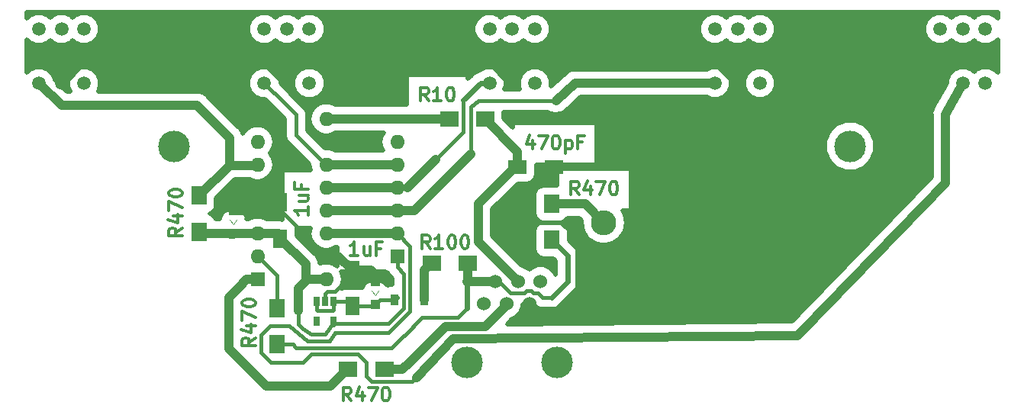
<source format=gbr>
G04 #@! TF.GenerationSoftware,KiCad,Pcbnew,(5.0.0-3-g5ebb6b6)*
G04 #@! TF.CreationDate,2018-09-15T21:10:08-05:00*
G04 #@! TF.ProjectId,Timer,54696D65722E6B696361645F70636200,rev?*
G04 #@! TF.SameCoordinates,PX93be440PYaa38e78*
G04 #@! TF.FileFunction,Copper,L1,Top,Signal*
G04 #@! TF.FilePolarity,Positive*
%FSLAX46Y46*%
G04 Gerber Fmt 4.6, Leading zero omitted, Abs format (unit mm)*
G04 Created by KiCad (PCBNEW (5.0.0-3-g5ebb6b6)) date Saturday, September 15, 2018 at 09:10:08 PM*
%MOMM*%
%LPD*%
G01*
G04 APERTURE LIST*
G04 #@! TA.AperFunction,NonConductor*
%ADD10C,0.300000*%
G04 #@! TD*
G04 #@! TA.AperFunction,SMDPad,CuDef*
%ADD11R,2.000000X1.700000*%
G04 #@! TD*
G04 #@! TA.AperFunction,WasherPad*
%ADD12C,3.500000*%
G04 #@! TD*
G04 #@! TA.AperFunction,ComponentPad*
%ADD13C,1.524000*%
G04 #@! TD*
G04 #@! TA.AperFunction,ComponentPad*
%ADD14O,1.600000X1.600000*%
G04 #@! TD*
G04 #@! TA.AperFunction,ComponentPad*
%ADD15R,1.600000X1.600000*%
G04 #@! TD*
G04 #@! TA.AperFunction,ComponentPad*
%ADD16C,1.500000*%
G04 #@! TD*
G04 #@! TA.AperFunction,ComponentPad*
%ADD17O,2.800000X2.800000*%
G04 #@! TD*
G04 #@! TA.AperFunction,ComponentPad*
%ADD18R,2.800000X2.800000*%
G04 #@! TD*
G04 #@! TA.AperFunction,SMDPad,CuDef*
%ADD19R,1.700000X2.000000*%
G04 #@! TD*
G04 #@! TA.AperFunction,SMDPad,CuDef*
%ADD20R,1.600000X2.000000*%
G04 #@! TD*
G04 #@! TA.AperFunction,SMDPad,CuDef*
%ADD21R,2.000000X1.600000*%
G04 #@! TD*
G04 #@! TA.AperFunction,SMDPad,CuDef*
%ADD22R,1.000000X1.000000*%
G04 #@! TD*
G04 #@! TA.AperFunction,SMDPad,CuDef*
%ADD23R,0.900000X1.200000*%
G04 #@! TD*
G04 #@! TA.AperFunction,SMDPad,CuDef*
%ADD24R,0.650000X1.060000*%
G04 #@! TD*
G04 #@! TA.AperFunction,Conductor*
%ADD25C,0.100000*%
G04 #@! TD*
G04 #@! TA.AperFunction,Conductor*
%ADD26C,0.400000*%
G04 #@! TD*
G04 #@! TA.AperFunction,Conductor*
%ADD27C,1.000000*%
G04 #@! TD*
G04 #@! TA.AperFunction,Conductor*
%ADD28C,0.500000*%
G04 #@! TD*
G04 #@! TA.AperFunction,Conductor*
%ADD29C,0.600000*%
G04 #@! TD*
G04 APERTURE END LIST*
D10*
X-72012858Y16466429D02*
X-72870000Y16466429D01*
X-72441429Y16466429D02*
X-72441429Y17966429D01*
X-72584286Y17752143D01*
X-72727143Y17609286D01*
X-72870000Y17537858D01*
X-70727143Y17466429D02*
X-70727143Y16466429D01*
X-71370000Y17466429D02*
X-71370000Y16680715D01*
X-71298572Y16537858D01*
X-71155715Y16466429D01*
X-70941429Y16466429D01*
X-70798572Y16537858D01*
X-70727143Y16609286D01*
X-69512858Y17252143D02*
X-70012858Y17252143D01*
X-70012858Y16466429D02*
X-70012858Y17966429D01*
X-69298572Y17966429D01*
X-77553429Y21840143D02*
X-77553429Y20983000D01*
X-77553429Y21411572D02*
X-79053429Y21411572D01*
X-78839143Y21268715D01*
X-78696286Y21125858D01*
X-78624858Y20983000D01*
X-78553429Y23125858D02*
X-77553429Y23125858D01*
X-78553429Y22483000D02*
X-77767715Y22483000D01*
X-77624858Y22554429D01*
X-77553429Y22697286D01*
X-77553429Y22911572D01*
X-77624858Y23054429D01*
X-77696286Y23125858D01*
X-78339143Y24340143D02*
X-78339143Y23840143D01*
X-77553429Y23840143D02*
X-79053429Y23840143D01*
X-79053429Y24554429D01*
X-64210286Y33611429D02*
X-64710286Y34325715D01*
X-65067429Y33611429D02*
X-65067429Y35111429D01*
X-64496000Y35111429D01*
X-64353143Y35040000D01*
X-64281715Y34968572D01*
X-64210286Y34825715D01*
X-64210286Y34611429D01*
X-64281715Y34468572D01*
X-64353143Y34397143D01*
X-64496000Y34325715D01*
X-65067429Y34325715D01*
X-62781715Y33611429D02*
X-63638858Y33611429D01*
X-63210286Y33611429D02*
X-63210286Y35111429D01*
X-63353143Y34897143D01*
X-63496000Y34754286D01*
X-63638858Y34682858D01*
X-61853143Y35111429D02*
X-61710286Y35111429D01*
X-61567429Y35040000D01*
X-61496000Y34968572D01*
X-61424572Y34825715D01*
X-61353143Y34540000D01*
X-61353143Y34182858D01*
X-61424572Y33897143D01*
X-61496000Y33754286D01*
X-61567429Y33682858D01*
X-61710286Y33611429D01*
X-61853143Y33611429D01*
X-61996000Y33682858D01*
X-62067429Y33754286D01*
X-62138858Y33897143D01*
X-62210286Y34182858D01*
X-62210286Y34540000D01*
X-62138858Y34825715D01*
X-62067429Y34968572D01*
X-61996000Y35040000D01*
X-61853143Y35111429D01*
X-47525572Y23197429D02*
X-48025572Y23911715D01*
X-48382715Y23197429D02*
X-48382715Y24697429D01*
X-47811286Y24697429D01*
X-47668429Y24626000D01*
X-47597000Y24554572D01*
X-47525572Y24411715D01*
X-47525572Y24197429D01*
X-47597000Y24054572D01*
X-47668429Y23983143D01*
X-47811286Y23911715D01*
X-48382715Y23911715D01*
X-46239858Y24197429D02*
X-46239858Y23197429D01*
X-46597000Y24768858D02*
X-46954143Y23697429D01*
X-46025572Y23697429D01*
X-45597000Y24697429D02*
X-44597000Y24697429D01*
X-45239858Y23197429D01*
X-43739858Y24697429D02*
X-43597000Y24697429D01*
X-43454143Y24626000D01*
X-43382715Y24554572D01*
X-43311286Y24411715D01*
X-43239858Y24126000D01*
X-43239858Y23768858D01*
X-43311286Y23483143D01*
X-43382715Y23340286D01*
X-43454143Y23268858D01*
X-43597000Y23197429D01*
X-43739858Y23197429D01*
X-43882715Y23268858D01*
X-43954143Y23340286D01*
X-44025572Y23483143D01*
X-44097000Y23768858D01*
X-44097000Y24126000D01*
X-44025572Y24411715D01*
X-43954143Y24554572D01*
X-43882715Y24626000D01*
X-43739858Y24697429D01*
X-52629286Y29277429D02*
X-52629286Y28277429D01*
X-52986429Y29848858D02*
X-53343572Y28777429D01*
X-52415000Y28777429D01*
X-51986429Y29777429D02*
X-50986429Y29777429D01*
X-51629286Y28277429D01*
X-50129286Y29777429D02*
X-49986429Y29777429D01*
X-49843572Y29706000D01*
X-49772143Y29634572D01*
X-49700715Y29491715D01*
X-49629286Y29206000D01*
X-49629286Y28848858D01*
X-49700715Y28563143D01*
X-49772143Y28420286D01*
X-49843572Y28348858D01*
X-49986429Y28277429D01*
X-50129286Y28277429D01*
X-50272143Y28348858D01*
X-50343572Y28420286D01*
X-50415000Y28563143D01*
X-50486429Y28848858D01*
X-50486429Y29206000D01*
X-50415000Y29491715D01*
X-50343572Y29634572D01*
X-50272143Y29706000D01*
X-50129286Y29777429D01*
X-48986429Y29277429D02*
X-48986429Y27777429D01*
X-48986429Y29206000D02*
X-48843572Y29277429D01*
X-48557858Y29277429D01*
X-48415000Y29206000D01*
X-48343572Y29134572D01*
X-48272143Y28991715D01*
X-48272143Y28563143D01*
X-48343572Y28420286D01*
X-48415000Y28348858D01*
X-48557858Y28277429D01*
X-48843572Y28277429D01*
X-48986429Y28348858D01*
X-47129286Y29063143D02*
X-47629286Y29063143D01*
X-47629286Y28277429D02*
X-47629286Y29777429D01*
X-46915000Y29777429D01*
X-91523429Y19530429D02*
X-92237715Y19030429D01*
X-91523429Y18673286D02*
X-93023429Y18673286D01*
X-93023429Y19244715D01*
X-92952000Y19387572D01*
X-92880572Y19459000D01*
X-92737715Y19530429D01*
X-92523429Y19530429D01*
X-92380572Y19459000D01*
X-92309143Y19387572D01*
X-92237715Y19244715D01*
X-92237715Y18673286D01*
X-92523429Y20816143D02*
X-91523429Y20816143D01*
X-93094858Y20459000D02*
X-92023429Y20101858D01*
X-92023429Y21030429D01*
X-93023429Y21459000D02*
X-93023429Y22459000D01*
X-91523429Y21816143D01*
X-93023429Y23316143D02*
X-93023429Y23459000D01*
X-92952000Y23601858D01*
X-92880572Y23673286D01*
X-92737715Y23744715D01*
X-92452000Y23816143D01*
X-92094858Y23816143D01*
X-91809143Y23744715D01*
X-91666286Y23673286D01*
X-91594858Y23601858D01*
X-91523429Y23459000D01*
X-91523429Y23316143D01*
X-91594858Y23173286D01*
X-91666286Y23101858D01*
X-91809143Y23030429D01*
X-92094858Y22959000D01*
X-92452000Y22959000D01*
X-92737715Y23030429D01*
X-92880572Y23101858D01*
X-92952000Y23173286D01*
X-93023429Y23316143D01*
X-64035572Y17228429D02*
X-64535572Y17942715D01*
X-64892715Y17228429D02*
X-64892715Y18728429D01*
X-64321286Y18728429D01*
X-64178429Y18657000D01*
X-64107000Y18585572D01*
X-64035572Y18442715D01*
X-64035572Y18228429D01*
X-64107000Y18085572D01*
X-64178429Y18014143D01*
X-64321286Y17942715D01*
X-64892715Y17942715D01*
X-62607000Y17228429D02*
X-63464143Y17228429D01*
X-63035572Y17228429D02*
X-63035572Y18728429D01*
X-63178429Y18514143D01*
X-63321286Y18371286D01*
X-63464143Y18299858D01*
X-61678429Y18728429D02*
X-61535572Y18728429D01*
X-61392715Y18657000D01*
X-61321286Y18585572D01*
X-61249858Y18442715D01*
X-61178429Y18157000D01*
X-61178429Y17799858D01*
X-61249858Y17514143D01*
X-61321286Y17371286D01*
X-61392715Y17299858D01*
X-61535572Y17228429D01*
X-61678429Y17228429D01*
X-61821286Y17299858D01*
X-61892715Y17371286D01*
X-61964143Y17514143D01*
X-62035572Y17799858D01*
X-62035572Y18157000D01*
X-61964143Y18442715D01*
X-61892715Y18585572D01*
X-61821286Y18657000D01*
X-61678429Y18728429D01*
X-60249858Y18728429D02*
X-60107000Y18728429D01*
X-59964143Y18657000D01*
X-59892715Y18585572D01*
X-59821286Y18442715D01*
X-59749858Y18157000D01*
X-59749858Y17799858D01*
X-59821286Y17514143D01*
X-59892715Y17371286D01*
X-59964143Y17299858D01*
X-60107000Y17228429D01*
X-60249858Y17228429D01*
X-60392715Y17299858D01*
X-60464143Y17371286D01*
X-60535572Y17514143D01*
X-60607000Y17799858D01*
X-60607000Y18157000D01*
X-60535572Y18442715D01*
X-60464143Y18585572D01*
X-60392715Y18657000D01*
X-60249858Y18728429D01*
X-83395429Y7338429D02*
X-84109715Y6838429D01*
X-83395429Y6481286D02*
X-84895429Y6481286D01*
X-84895429Y7052715D01*
X-84824000Y7195572D01*
X-84752572Y7267000D01*
X-84609715Y7338429D01*
X-84395429Y7338429D01*
X-84252572Y7267000D01*
X-84181143Y7195572D01*
X-84109715Y7052715D01*
X-84109715Y6481286D01*
X-84395429Y8624143D02*
X-83395429Y8624143D01*
X-84966858Y8267000D02*
X-83895429Y7909858D01*
X-83895429Y8838429D01*
X-84895429Y9267000D02*
X-84895429Y10267000D01*
X-83395429Y9624143D01*
X-84895429Y11124143D02*
X-84895429Y11267000D01*
X-84824000Y11409858D01*
X-84752572Y11481286D01*
X-84609715Y11552715D01*
X-84324000Y11624143D01*
X-83966858Y11624143D01*
X-83681143Y11552715D01*
X-83538286Y11481286D01*
X-83466858Y11409858D01*
X-83395429Y11267000D01*
X-83395429Y11124143D01*
X-83466858Y10981286D01*
X-83538286Y10909858D01*
X-83681143Y10838429D01*
X-83966858Y10767000D01*
X-84324000Y10767000D01*
X-84609715Y10838429D01*
X-84752572Y10909858D01*
X-84824000Y10981286D01*
X-84895429Y11124143D01*
X-72798572Y337429D02*
X-73298572Y1051715D01*
X-73655715Y337429D02*
X-73655715Y1837429D01*
X-73084286Y1837429D01*
X-72941429Y1766000D01*
X-72870000Y1694572D01*
X-72798572Y1551715D01*
X-72798572Y1337429D01*
X-72870000Y1194572D01*
X-72941429Y1123143D01*
X-73084286Y1051715D01*
X-73655715Y1051715D01*
X-71512858Y1337429D02*
X-71512858Y337429D01*
X-71870000Y1908858D02*
X-72227143Y837429D01*
X-71298572Y837429D01*
X-70870000Y1837429D02*
X-69870000Y1837429D01*
X-70512858Y337429D01*
X-69012858Y1837429D02*
X-68870000Y1837429D01*
X-68727143Y1766000D01*
X-68655715Y1694572D01*
X-68584286Y1551715D01*
X-68512858Y1266000D01*
X-68512858Y908858D01*
X-68584286Y623143D01*
X-68655715Y480286D01*
X-68727143Y408858D01*
X-68870000Y337429D01*
X-69012858Y337429D01*
X-69155715Y408858D01*
X-69227143Y480286D01*
X-69298572Y623143D01*
X-69370000Y908858D01*
X-69370000Y1266000D01*
X-69298572Y1551715D01*
X-69227143Y1694572D01*
X-69155715Y1766000D01*
X-69012858Y1837429D01*
D11*
G04 #@! TO.P,R1,2*
G04 #@! TO.N,Net-(D1-Pad2)*
X-63849000Y15621000D03*
G04 #@! TO.P,R1,1*
G04 #@! TO.N,Net-(CN1-Pad2)*
X-59849000Y15621000D03*
G04 #@! TD*
D12*
G04 #@! TO.P,CN1,*
G04 #@! TO.N,*
X-49920000Y4603000D03*
X-59920000Y4603000D03*
D13*
G04 #@! TO.P,CN1,6*
G04 #@! TO.N,N/C*
X-51770000Y13603000D03*
G04 #@! TO.P,CN1,5*
G04 #@! TO.N,GND*
X-53031000Y11103000D03*
G04 #@! TO.P,CN1,4*
G04 #@! TO.N,Net-(C3-Pad1)*
X-54290000Y13603000D03*
G04 #@! TO.P,CN1,3*
G04 #@! TO.N,Net-(CN1-Pad3)*
X-55550000Y11103000D03*
G04 #@! TO.P,CN1,2*
G04 #@! TO.N,Net-(CN1-Pad2)*
X-56810000Y13603000D03*
G04 #@! TO.P,CN1,1*
G04 #@! TO.N,N/C*
X-58070000Y11103000D03*
G04 #@! TD*
D14*
G04 #@! TO.P,RN1,6*
G04 #@! TO.N,N/C*
X-67670000Y29053000D03*
G04 #@! TO.P,RN1,5*
G04 #@! TO.N,Net-(RN1-Pad5)*
X-67670000Y26513000D03*
G04 #@! TO.P,RN1,4*
G04 #@! TO.N,Net-(RN1-Pad4)*
X-67670000Y23973000D03*
G04 #@! TO.P,RN1,3*
G04 #@! TO.N,Net-(RN1-Pad3)*
X-67670000Y21433000D03*
G04 #@! TO.P,RN1,2*
G04 #@! TO.N,Net-(RN1-Pad2)*
X-67670000Y18893000D03*
D15*
G04 #@! TO.P,RN1,1*
G04 #@! TO.N,+3V3*
X-67670000Y16353000D03*
G04 #@! TD*
D16*
G04 #@! TO.P,S5,4*
G04 #@! TO.N,N/C*
X-102420000Y41603000D03*
G04 #@! TO.P,S5,5*
X-104920000Y41603000D03*
G04 #@! TO.P,S5,6*
X-107420000Y41603000D03*
G04 #@! TO.P,S5,1*
G04 #@! TO.N,Net-(R6-Pad2)*
X-107420000Y35603000D03*
G04 #@! TO.P,S5,2*
G04 #@! TO.N,GND*
X-104920000Y35603000D03*
G04 #@! TO.P,S5,3*
G04 #@! TO.N,N/C*
X-102420000Y35603000D03*
G04 #@! TD*
G04 #@! TO.P,S1,4*
G04 #@! TO.N,N/C*
X-77420000Y41603000D03*
G04 #@! TO.P,S1,5*
X-79920000Y41603000D03*
G04 #@! TO.P,S1,6*
X-82420000Y41603000D03*
G04 #@! TO.P,S1,1*
G04 #@! TO.N,Net-(RN1-Pad5)*
X-82420000Y35603000D03*
G04 #@! TO.P,S1,2*
G04 #@! TO.N,GND*
X-79920000Y35603000D03*
G04 #@! TO.P,S1,3*
G04 #@! TO.N,N/C*
X-77420000Y35603000D03*
G04 #@! TD*
G04 #@! TO.P,S2,4*
G04 #@! TO.N,N/C*
X-52420000Y41603000D03*
G04 #@! TO.P,S2,5*
X-54920000Y41603000D03*
G04 #@! TO.P,S2,6*
X-57420000Y41603000D03*
G04 #@! TO.P,S2,1*
G04 #@! TO.N,Net-(RN1-Pad4)*
X-57420000Y35603000D03*
G04 #@! TO.P,S2,2*
G04 #@! TO.N,GND*
X-54920000Y35603000D03*
G04 #@! TO.P,S2,3*
G04 #@! TO.N,N/C*
X-52420000Y35603000D03*
G04 #@! TD*
G04 #@! TO.P,S3,4*
G04 #@! TO.N,N/C*
X-27420000Y41603000D03*
G04 #@! TO.P,S3,5*
X-29920000Y41603000D03*
G04 #@! TO.P,S3,6*
X-32420000Y41603000D03*
G04 #@! TO.P,S3,1*
G04 #@! TO.N,Net-(RN1-Pad3)*
X-32420000Y35603000D03*
G04 #@! TO.P,S3,2*
G04 #@! TO.N,GND*
X-29920000Y35603000D03*
G04 #@! TO.P,S3,3*
G04 #@! TO.N,N/C*
X-27420000Y35603000D03*
G04 #@! TD*
G04 #@! TO.P,S4,4*
G04 #@! TO.N,N/C*
X-2420000Y41603000D03*
G04 #@! TO.P,S4,5*
X-4920000Y41603000D03*
G04 #@! TO.P,S4,6*
X-7420000Y41603000D03*
G04 #@! TO.P,S4,1*
G04 #@! TO.N,GND*
X-7420000Y35603000D03*
G04 #@! TO.P,S4,2*
G04 #@! TO.N,Net-(RN1-Pad2)*
X-4920000Y35603000D03*
G04 #@! TO.P,S4,3*
G04 #@! TO.N,N/C*
X-2420000Y35603000D03*
G04 #@! TD*
D14*
G04 #@! TO.P,U2,16*
G04 #@! TO.N,+3V3*
X-75550000Y13853000D03*
G04 #@! TO.P,U2,8*
G04 #@! TO.N,GND*
X-83170000Y31633000D03*
G04 #@! TO.P,U2,15*
X-75550000Y16393000D03*
G04 #@! TO.P,U2,7*
G04 #@! TO.N,N/C*
X-83170000Y29093000D03*
G04 #@! TO.P,U2,14*
G04 #@! TO.N,Net-(RN1-Pad2)*
X-75550000Y18933000D03*
G04 #@! TO.P,U2,6*
G04 #@! TO.N,Net-(R6-Pad2)*
X-83170000Y26553000D03*
G04 #@! TO.P,U2,13*
G04 #@! TO.N,Net-(RN1-Pad3)*
X-75550000Y21473000D03*
G04 #@! TO.P,U2,5*
G04 #@! TO.N,GND*
X-83170000Y24013000D03*
G04 #@! TO.P,U2,12*
G04 #@! TO.N,Net-(RN1-Pad4)*
X-75550000Y24013000D03*
G04 #@! TO.P,U2,4*
G04 #@! TO.N,GND*
X-83170000Y21473000D03*
G04 #@! TO.P,U2,11*
G04 #@! TO.N,Net-(RN1-Pad5)*
X-75550000Y26553000D03*
G04 #@! TO.P,U2,3*
G04 #@! TO.N,+3V3*
X-83170000Y18933000D03*
G04 #@! TO.P,U2,10*
G04 #@! TO.N,GND*
X-75550000Y29093000D03*
G04 #@! TO.P,U2,2*
G04 #@! TO.N,/CLK*
X-83170000Y16393000D03*
G04 #@! TO.P,U2,9*
G04 #@! TO.N,/Q*
X-75550000Y31633000D03*
D15*
G04 #@! TO.P,U2,1*
G04 #@! TO.N,/~LOAD~*
X-83170000Y13853000D03*
G04 #@! TD*
D17*
G04 #@! TO.P,D2,2*
G04 #@! TO.N,Net-(D2-Pad2)*
X-44760000Y20103000D03*
D18*
G04 #@! TO.P,D2,1*
G04 #@! TO.N,GND*
X-54920000Y20103000D03*
G04 #@! TD*
D19*
G04 #@! TO.P,R2,2*
G04 #@! TO.N,Net-(CN1-Pad2)*
X-50546000Y18193000D03*
G04 #@! TO.P,R2,1*
G04 #@! TO.N,Net-(D2-Pad2)*
X-50546000Y22193000D03*
G04 #@! TD*
D11*
G04 #@! TO.P,R5,2*
G04 #@! TO.N,/Q*
X-61920000Y31603000D03*
G04 #@! TO.P,R5,1*
G04 #@! TO.N,Net-(C3-Pad1)*
X-57920000Y31603000D03*
G04 #@! TD*
G04 #@! TO.P,R4,2*
G04 #@! TO.N,Net-(CN1-Pad3)*
X-69120000Y3810000D03*
G04 #@! TO.P,R4,1*
G04 #@! TO.N,/~LOAD~*
X-73120000Y3810000D03*
G04 #@! TD*
D20*
G04 #@! TO.P,C1,2*
G04 #@! TO.N,GND*
X-72670000Y14853000D03*
G04 #@! TO.P,C1,1*
G04 #@! TO.N,+5V*
X-72670000Y10853000D03*
G04 #@! TD*
D21*
G04 #@! TO.P,C3,2*
G04 #@! TO.N,GND*
X-50324000Y26289000D03*
G04 #@! TO.P,C3,1*
G04 #@! TO.N,Net-(C3-Pad1)*
X-54324000Y26289000D03*
G04 #@! TD*
D22*
G04 #@! TO.P,D3,2*
G04 #@! TO.N,GND*
X-70104000Y13569000D03*
G04 #@! TO.P,D3,1*
G04 #@! TO.N,+5V*
X-70104000Y11069000D03*
G04 #@! TD*
D23*
G04 #@! TO.P,D1,2*
G04 #@! TO.N,Net-(D1-Pad2)*
X-64644000Y11557000D03*
G04 #@! TO.P,D1,1*
G04 #@! TO.N,+5V*
X-67944000Y11557000D03*
G04 #@! TD*
D22*
G04 #@! TO.P,D4,2*
G04 #@! TO.N,GND*
X-85852000Y21443000D03*
G04 #@! TO.P,D4,1*
G04 #@! TO.N,+3V3*
X-85852000Y18943000D03*
G04 #@! TD*
D19*
G04 #@! TO.P,R3,2*
G04 #@! TO.N,Net-(CN1-Pad2)*
X-81026000Y6636000D03*
G04 #@! TO.P,R3,1*
G04 #@! TO.N,/CLK*
X-81026000Y10636000D03*
G04 #@! TD*
D24*
G04 #@! TO.P,U1,5*
G04 #@! TO.N,+3V3*
X-74742000Y9187000D03*
G04 #@! TO.P,U1,4*
G04 #@! TO.N,N/C*
X-76642000Y9187000D03*
G04 #@! TO.P,U1,3*
G04 #@! TO.N,+5V*
X-76642000Y11387000D03*
G04 #@! TO.P,U1,2*
G04 #@! TO.N,GND*
X-75692000Y11387000D03*
G04 #@! TO.P,U1,1*
G04 #@! TO.N,+5V*
X-74742000Y11387000D03*
G04 #@! TD*
D19*
G04 #@! TO.P,R6,2*
G04 #@! TO.N,Net-(R6-Pad2)*
X-89670000Y23103000D03*
G04 #@! TO.P,R6,1*
G04 #@! TO.N,+3V3*
X-89670000Y19103000D03*
G04 #@! TD*
D20*
G04 #@! TO.P,C2,2*
G04 #@! TO.N,+3V3*
X-80670000Y18353000D03*
G04 #@! TO.P,C2,1*
G04 #@! TO.N,GND*
X-80670000Y22353000D03*
G04 #@! TD*
D12*
G04 #@! TO.P,REF\002A\002A,*
G04 #@! TO.N,*
X-92420000Y28603000D03*
G04 #@! TD*
G04 #@! TO.P,REF\002A\002A,*
G04 #@! TO.N,*
X-17420000Y28603000D03*
G04 #@! TD*
D25*
G04 #@! TO.N,Net-(C3-Pad1)*
X-85852000Y19939000D02*
X-85471000Y20447000D01*
X-86233000Y20447000D02*
X-85852000Y19939000D01*
X-70104000Y12065000D02*
X-69723000Y12573000D01*
X-70485000Y12573000D02*
X-70104000Y12065000D01*
D26*
G04 #@! TO.N,+3V3*
X-75750000Y14053000D02*
X-75550000Y13853000D01*
D27*
X-80670000Y18353000D02*
X-77820000Y15503000D01*
X-85852000Y18943000D02*
X-89510000Y18943000D01*
D26*
X-89510000Y18943000D02*
X-89670000Y19103000D01*
D27*
X-85852000Y18943000D02*
X-83180000Y18943000D01*
D26*
X-85852000Y18593000D02*
X-86252000Y18593000D01*
X-85992000Y18733000D02*
X-85852000Y18593000D01*
X-80670000Y19103000D02*
X-80670000Y17805000D01*
X-80840000Y18933000D02*
X-80670000Y19103000D01*
X-83180000Y18943000D02*
X-83170000Y18933000D01*
D27*
X-83170000Y18933000D02*
X-80840000Y18933000D01*
X-77820000Y15503000D02*
X-77820000Y14001000D01*
X-77672000Y13853000D02*
X-75550000Y13853000D01*
X-77820000Y14001000D02*
X-77672000Y13853000D01*
D26*
X-67670000Y15153000D02*
X-67670000Y16353000D01*
X-66969992Y14452992D02*
X-67670000Y15153000D01*
X-66969992Y10581006D02*
X-66969992Y14452992D01*
X-68617998Y8933000D02*
X-66969992Y10581006D01*
X-74742000Y8933000D02*
X-68617998Y8933000D01*
X-74742000Y8728000D02*
X-74742000Y8933000D01*
D27*
X-78670000Y12855000D02*
X-78670000Y10353000D01*
X-77672000Y13853000D02*
X-78670000Y12855000D01*
D26*
X-74742000Y8982000D02*
X-74742000Y9187000D01*
X-77216000Y7747000D02*
X-75692000Y7747000D01*
X-75692000Y7747000D02*
X-74742000Y8982000D01*
X-77851000Y8128000D02*
X-77216000Y7747000D01*
X-77893688Y8128000D02*
X-78343356Y8493356D01*
X-77851000Y8128000D02*
X-77893688Y8128000D01*
X-78670000Y8820000D02*
X-78670000Y10353000D01*
X-78343356Y8493356D02*
X-78670000Y8820000D01*
D27*
G04 #@! TO.N,GND*
X-75550000Y16393000D02*
X-74210000Y16393000D01*
X-74210000Y16393000D02*
X-72670000Y14853000D01*
X-72670000Y14853000D02*
X-70626000Y14853000D01*
X-70626000Y14853000D02*
X-70104000Y14331000D01*
D26*
X-80670000Y22353000D02*
X-80670000Y21513000D01*
X-80670000Y21513000D02*
X-75550000Y16393000D01*
D27*
X-83170000Y21473000D02*
X-82290000Y22353000D01*
X-82290000Y22353000D02*
X-80670000Y22353000D01*
X-47440000Y12123000D02*
X-47440000Y18123000D01*
D28*
X-47440000Y18123000D02*
X-49420000Y20103000D01*
D27*
X-27960000Y31603000D02*
X-25460000Y34103000D01*
X-25460000Y34103000D02*
X-8920000Y34103000D01*
X-7420000Y35603000D02*
X-8920000Y34103000D01*
X-27960000Y31603000D02*
X-44896000Y14667000D01*
D26*
X-83170000Y24013000D02*
X-81170000Y26013000D01*
X-83170000Y31633000D02*
X-81170000Y29633000D01*
X-75550000Y29093000D02*
X-77470000Y31013000D01*
X-79920000Y35603000D02*
X-77470000Y33153000D01*
X-77470000Y32385000D02*
X-77470000Y31013000D01*
X-77470000Y33153000D02*
X-77470000Y32385000D01*
D27*
X-104920000Y35603000D02*
X-102420000Y38103000D01*
X-83170000Y31633000D02*
X-89640000Y38103000D01*
X-79920000Y35603000D02*
X-82420000Y38103000D01*
X-54920000Y35603000D02*
X-57420000Y38103000D01*
X-29920000Y35603000D02*
X-32420000Y38103000D01*
X-7420000Y35603000D02*
X-9920000Y38103000D01*
X-9920000Y38103000D02*
X-31420000Y38103000D01*
X-50324000Y26289000D02*
X-54920000Y21693000D01*
X-54920000Y21693000D02*
X-54920000Y20103000D01*
D26*
X-75540000Y29103000D02*
X-75550000Y29093000D01*
X-50324000Y26289000D02*
X-50800000Y26289000D01*
D27*
X-52215000Y10287000D02*
X-53031000Y11103000D01*
X-44896000Y14667000D02*
X-47440000Y12123000D01*
X-47440000Y12123000D02*
X-49276000Y10287000D01*
X-49276000Y10287000D02*
X-52215000Y10287000D01*
X-85852000Y21443000D02*
X-83200000Y21443000D01*
D26*
X-83200000Y21443000D02*
X-83170000Y21473000D01*
D27*
X-55880000Y38103000D02*
X-32420000Y38103000D01*
X-32420000Y38103000D02*
X-31420000Y38103000D01*
D26*
X-79920000Y35603000D02*
X-79672000Y35603000D01*
D27*
X-79248000Y38103000D02*
X-57420000Y38103000D01*
X-57420000Y38103000D02*
X-55880000Y38103000D01*
D26*
X-81170000Y26013000D02*
X-81170000Y29633000D01*
X-83170000Y31633000D02*
X-83450000Y31633000D01*
D27*
X-83170000Y24013000D02*
X-83170000Y21473000D01*
D26*
X-83450000Y31353000D02*
X-83170000Y31633000D01*
D27*
X-102420000Y38103000D02*
X-89640000Y38103000D01*
X-89640000Y38103000D02*
X-84170000Y38103000D01*
X-84170000Y38103000D02*
X-82420000Y38103000D01*
X-82420000Y38103000D02*
X-79248000Y38103000D01*
D26*
X-79248000Y38103000D02*
X-79170000Y38103000D01*
X-79170000Y38103000D02*
X-79420000Y38103000D01*
D28*
X-49420000Y20103000D02*
X-54920000Y20103000D01*
D26*
X-75692000Y12192000D02*
X-75692000Y11387000D01*
X-75438000Y12446000D02*
X-75692000Y12192000D01*
X-74549000Y12446000D02*
X-75438000Y12446000D01*
X-72670000Y14353000D02*
X-74549000Y12446000D01*
D27*
G04 #@! TO.N,Net-(D1-Pad2)*
X-64644000Y14826000D02*
X-63849000Y15621000D01*
X-64644000Y11557000D02*
X-64644000Y14826000D01*
D26*
G04 #@! TO.N,Net-(RN1-Pad2)*
X-4920000Y35103000D02*
X-4920000Y35603000D01*
X-67670000Y18893000D02*
X-67210000Y18893000D01*
D27*
X-75550000Y18933000D02*
X-67680000Y18933000D01*
D26*
X-67680000Y18933000D02*
X-67670000Y18943000D01*
D27*
X-6858000Y32131000D02*
X-4920000Y35603000D01*
X-6858000Y24511000D02*
X-6858000Y32131000D01*
X-22606000Y8255000D02*
X-6858000Y24511000D01*
X-23258000Y7603000D02*
X-22606000Y8255000D01*
X-61468000Y7239000D02*
X-23258000Y7603000D01*
X-65532000Y2921000D02*
X-61468000Y7239000D01*
D26*
X-65993001Y2459999D02*
X-65532000Y2921000D01*
X-70520001Y2459999D02*
X-65993001Y2459999D01*
X-71120000Y3059998D02*
X-70520001Y2459999D01*
X-71120000Y4560002D02*
X-71120000Y3059998D01*
X-72082988Y5522990D02*
X-71120000Y4560002D01*
X-77216000Y5522990D02*
X-72082988Y5522990D01*
X-78166990Y4572000D02*
X-77216000Y5522990D01*
X-81712002Y4572000D02*
X-78166990Y4572000D01*
X-82804000Y5663998D02*
X-81712002Y4572000D01*
X-74577039Y7902999D02*
X-75184000Y6985000D01*
X-75184000Y6985000D02*
X-77597000Y6985000D01*
X-67670000Y18893000D02*
X-66269982Y17492982D01*
X-68658036Y7902999D02*
X-74577039Y7902999D01*
X-66269982Y10291053D02*
X-68658036Y7902999D01*
X-77597000Y6985000D02*
X-79629000Y8636000D01*
X-82804000Y7608002D02*
X-82804000Y5663998D01*
X-81776002Y8636000D02*
X-82804000Y7608002D01*
X-79629000Y8636000D02*
X-81776002Y8636000D01*
X-66269982Y17492982D02*
X-66269982Y10291053D01*
D27*
G04 #@! TO.N,Net-(RN1-Pad3)*
X-61233000Y26016000D02*
X-59520000Y27729000D01*
X-75550000Y21473000D02*
X-67680000Y21473000D01*
X-65766000Y21483000D02*
X-67670000Y21483000D01*
D26*
X-61214000Y26035000D02*
X-61233000Y26016000D01*
D27*
X-61233000Y26016000D02*
X-65766000Y21483000D01*
D26*
X-67670000Y21483000D02*
X-67040000Y21483000D01*
X-67680000Y21473000D02*
X-67670000Y21483000D01*
X-59520000Y33003000D02*
X-59520000Y27729000D01*
X-58674000Y33655000D02*
X-59520000Y33003000D01*
D27*
X-47920000Y35603000D02*
X-50038000Y33655000D01*
X-32420000Y35603000D02*
X-47920000Y35603000D01*
D26*
X-50038000Y33655000D02*
X-58674000Y33655000D01*
D29*
G04 #@! TO.N,Net-(RN1-Pad4)*
X-57420000Y35603000D02*
X-58420000Y35603000D01*
X-58420000Y35603000D02*
X-60320000Y33703000D01*
D26*
X-63420000Y27103000D02*
X-60320000Y30203000D01*
D27*
X-63420000Y27103000D02*
X-66500000Y24023000D01*
D26*
X-67670000Y24023000D02*
X-66500000Y24023000D01*
X-60320000Y30203000D02*
X-60320000Y33703000D01*
X-67680000Y24013000D02*
X-67670000Y24023000D01*
D27*
X-75550000Y24013000D02*
X-67680000Y24013000D01*
D26*
G04 #@! TO.N,Net-(RN1-Pad5)*
X-75550000Y26553000D02*
X-75620000Y26553000D01*
X-75620000Y26553000D02*
X-78920000Y29853000D01*
X-67680000Y26553000D02*
X-67670000Y26563000D01*
X-82420000Y35603000D02*
X-80170000Y33353000D01*
X-78920000Y32103000D02*
X-78920000Y29853000D01*
X-80170000Y33353000D02*
X-78920000Y32103000D01*
D27*
X-75550000Y26553000D02*
X-67680000Y26553000D01*
D26*
G04 #@! TO.N,/CLK*
X-81026000Y14249000D02*
X-81026000Y10636000D01*
X-83170000Y16393000D02*
X-81026000Y14249000D01*
G04 #@! TO.N,/Q*
X-61920000Y31603000D02*
X-61950000Y31633000D01*
D27*
X-61950000Y31633000D02*
X-75550000Y31633000D01*
D26*
G04 #@! TO.N,+5V*
X-72920000Y11103000D02*
X-72670000Y10853000D01*
X-67670000Y11831000D02*
X-67944000Y11557000D01*
X-68218000Y11831000D02*
X-67944000Y11557000D01*
X-72950000Y11133000D02*
X-72670000Y10853000D01*
X-74742000Y10457000D02*
X-74742000Y11387000D01*
X-74842001Y10356999D02*
X-74742000Y10457000D01*
X-76541999Y10356999D02*
X-74842001Y10356999D01*
X-76642000Y10457000D02*
X-76541999Y10356999D01*
X-76642000Y11387000D02*
X-76642000Y10457000D01*
X-73204000Y11387000D02*
X-72670000Y10853000D01*
X-74742000Y11387000D02*
X-73204000Y11387000D01*
X-70320000Y10853000D02*
X-70104000Y11069000D01*
X-72670000Y10853000D02*
X-70320000Y10853000D01*
X-69616000Y11557000D02*
X-70104000Y11069000D01*
X-67944000Y11557000D02*
X-69616000Y11557000D01*
G04 #@! TO.N,Net-(C3-Pad1)*
X-58674000Y18203000D02*
X-58674000Y17987000D01*
D27*
X-58674000Y17987000D02*
X-54290000Y13603000D01*
X-57920000Y31603000D02*
X-54324000Y28007000D01*
X-54324000Y28007000D02*
X-54324000Y26289000D01*
D26*
X-54324000Y26289000D02*
X-54610000Y26289000D01*
D27*
X-54610000Y26289000D02*
X-58674000Y22225000D01*
X-58674000Y22225000D02*
X-58674000Y18203000D01*
D26*
X-58674000Y18203000D02*
X-58674000Y18161000D01*
X-54290000Y13603000D02*
X-54116000Y13603000D01*
D27*
G04 #@! TO.N,Net-(CN1-Pad2)*
X-59955000Y13568000D02*
X-56845000Y13568000D01*
D26*
X-56845000Y13568000D02*
X-56810000Y13603000D01*
X-56810000Y13603000D02*
X-56402000Y13603000D01*
X-56402000Y13603000D02*
X-55118000Y12319000D01*
D29*
X-48768000Y16415000D02*
X-50546000Y18193000D01*
X-48768000Y13589000D02*
X-48768000Y16415000D01*
X-50546000Y11811000D02*
X-48768000Y13589000D01*
D26*
X-51562000Y11811000D02*
X-50546000Y11811000D01*
X-52070000Y12319000D02*
X-51562000Y11811000D01*
X-52578000Y12319000D02*
X-52070000Y12319000D01*
X-52832000Y12573000D02*
X-52578000Y12319000D01*
X-53340000Y12573000D02*
X-52832000Y12573000D01*
X-53594000Y12319000D02*
X-53340000Y12573000D01*
X-53848000Y12319000D02*
X-53594000Y12319000D01*
X-54610000Y12319000D02*
X-53848000Y12319000D01*
X-55118000Y12319000D02*
X-54610000Y12319000D01*
D29*
X-59920000Y13533000D02*
X-59920000Y10603000D01*
D27*
X-59849000Y13674000D02*
X-59849000Y15621000D01*
D26*
X-59955000Y13568000D02*
X-59849000Y13674000D01*
X-79280000Y6636000D02*
X-81026000Y6636000D01*
X-78867000Y6223000D02*
X-79280000Y6636000D01*
X-68326000Y6223000D02*
X-78867000Y6223000D01*
X-64920000Y9603000D02*
X-66920000Y7603000D01*
X-66920000Y7603000D02*
X-66946000Y7603000D01*
X-66946000Y7603000D02*
X-68326000Y6223000D01*
X-60920000Y9603000D02*
X-64920000Y9603000D01*
X-59920000Y10603000D02*
X-60920000Y9603000D01*
D27*
G04 #@! TO.N,Net-(CN1-Pad3)*
X-62310000Y8603000D02*
X-66310000Y4603000D01*
X-57920000Y8603000D02*
X-55550000Y10973000D01*
X-62310000Y8603000D02*
X-57920000Y8603000D01*
D26*
X-66310000Y4603000D02*
X-66390000Y4603000D01*
X-55550000Y11103000D02*
X-55550000Y10973000D01*
X-55550000Y11103000D02*
X-55550000Y10983000D01*
D27*
X-67103000Y3810000D02*
X-69120000Y3810000D01*
X-66310000Y4603000D02*
X-67103000Y3810000D01*
G04 #@! TO.N,Net-(D2-Pad2)*
X-50546000Y22193000D02*
X-46850000Y22193000D01*
X-46850000Y22193000D02*
X-44760000Y20103000D01*
D26*
G04 #@! TO.N,/~LOAD~*
X-83170000Y13853000D02*
X-83170000Y13789000D01*
D27*
X-73270000Y3810000D02*
X-73120000Y3810000D01*
X-75120000Y1960000D02*
X-73270000Y3810000D01*
X-83170000Y13853000D02*
X-84370000Y13853000D01*
X-84370000Y13853000D02*
X-84836000Y13387000D01*
X-84836000Y13387000D02*
X-84836000Y13335000D01*
X-84836000Y13335000D02*
X-86360000Y11811000D01*
X-86360000Y11811000D02*
X-86360000Y6096000D01*
X-82224000Y1960000D02*
X-75120000Y1960000D01*
X-86360000Y6096000D02*
X-82224000Y1960000D01*
G04 #@! TO.N,Net-(R6-Pad2)*
X-107420000Y35603000D02*
X-104920000Y33103000D01*
X-86295000Y26478000D02*
X-83245000Y26478000D01*
D26*
X-83245000Y26478000D02*
X-83170000Y26553000D01*
D27*
X-89670000Y23103000D02*
X-86295000Y26478000D01*
X-104920000Y33103000D02*
X-92920000Y33103000D01*
X-92920000Y33103000D02*
X-89872000Y33103000D01*
X-86295000Y29526000D02*
X-86295000Y26478000D01*
X-89872000Y33103000D02*
X-86295000Y29526000D01*
G04 #@! TD*
D28*
G04 #@! TO.N,GND*
G36*
X-1044999Y42773583D02*
X-1400382Y43128966D01*
X-2061958Y43403000D01*
X-2778042Y43403000D01*
X-3439618Y43128966D01*
X-3670000Y42898584D01*
X-3900382Y43128966D01*
X-4561958Y43403000D01*
X-5278042Y43403000D01*
X-5939618Y43128966D01*
X-6170000Y42898584D01*
X-6400382Y43128966D01*
X-7061958Y43403000D01*
X-7778042Y43403000D01*
X-8439618Y43128966D01*
X-8945966Y42622618D01*
X-9220000Y41961042D01*
X-9220000Y41244958D01*
X-8945966Y40583382D01*
X-8439618Y40077034D01*
X-7778042Y39803000D01*
X-7061958Y39803000D01*
X-6400382Y40077034D01*
X-6170000Y40307416D01*
X-5939618Y40077034D01*
X-5278042Y39803000D01*
X-4561958Y39803000D01*
X-3900382Y40077034D01*
X-3670000Y40307416D01*
X-3439618Y40077034D01*
X-2778042Y39803000D01*
X-2061958Y39803000D01*
X-1400382Y40077034D01*
X-1044999Y40432417D01*
X-1044999Y36773583D01*
X-1400382Y37128966D01*
X-2061958Y37403000D01*
X-2778042Y37403000D01*
X-3439618Y37128966D01*
X-3670000Y36898584D01*
X-3900382Y37128966D01*
X-4561958Y37403000D01*
X-5278042Y37403000D01*
X-5939618Y37128966D01*
X-6445966Y36622618D01*
X-6720000Y35961042D01*
X-6720000Y35558417D01*
X-8181216Y32940592D01*
X-8318067Y32735780D01*
X-8360596Y32521969D01*
X-8427671Y32314543D01*
X-8407999Y32069005D01*
X-8408000Y25138668D01*
X-23710730Y9342300D01*
X-23906135Y9146895D01*
X-55484903Y8846067D01*
X-54934184Y9396785D01*
X-54523585Y9566861D01*
X-54013861Y10076585D01*
X-53738000Y10742571D01*
X-53738000Y11069000D01*
X-53717104Y11069000D01*
X-53594000Y11044513D01*
X-53470896Y11069000D01*
X-53470891Y11069000D01*
X-53106275Y11141527D01*
X-53086000Y11155074D01*
X-53065725Y11141527D01*
X-52701109Y11069000D01*
X-52701105Y11069000D01*
X-52578001Y11044513D01*
X-52565722Y11046956D01*
X-52532936Y11014170D01*
X-52463199Y10909801D01*
X-52049725Y10633527D01*
X-51685109Y10561000D01*
X-51685105Y10561000D01*
X-51562001Y10536513D01*
X-51438897Y10561000D01*
X-51105177Y10561000D01*
X-51072743Y10539328D01*
X-50546000Y10434552D01*
X-50019257Y10539328D01*
X-49685425Y10762387D01*
X-47907425Y12540387D01*
X-47794705Y12615704D01*
X-47496328Y13062256D01*
X-47418000Y13456037D01*
X-47418000Y13456038D01*
X-47391552Y13589000D01*
X-47418000Y13721963D01*
X-47418000Y16282037D01*
X-47391552Y16415000D01*
X-47496328Y16941744D01*
X-47510576Y16963068D01*
X-47794704Y17388296D01*
X-47907427Y17463615D01*
X-48625430Y18181618D01*
X-48625430Y19193000D01*
X-48706922Y19602689D01*
X-48938993Y19950007D01*
X-49286311Y20182078D01*
X-49341220Y20193000D01*
X-49286311Y20203922D01*
X-48938993Y20435993D01*
X-48800675Y20643000D01*
X-47492030Y20643000D01*
X-47207235Y20358204D01*
X-47257998Y20103000D01*
X-47067849Y19147058D01*
X-46526351Y18336649D01*
X-45715942Y17795151D01*
X-45001302Y17653000D01*
X-44518698Y17653000D01*
X-43804058Y17795151D01*
X-42993649Y18336649D01*
X-42452151Y19147058D01*
X-42262002Y20103000D01*
X-42452151Y21058942D01*
X-42700752Y21431000D01*
X-41754143Y21431000D01*
X-41754143Y26081000D01*
X-49939857Y26081000D01*
X-49939857Y24263570D01*
X-51396000Y24263570D01*
X-51805689Y24182078D01*
X-52153007Y23950007D01*
X-52385078Y23602689D01*
X-52466570Y23193000D01*
X-52466570Y21193000D01*
X-52385078Y20783311D01*
X-52153007Y20435993D01*
X-51805689Y20203922D01*
X-51750780Y20193000D01*
X-51805689Y20182078D01*
X-52153007Y19950007D01*
X-52385078Y19602689D01*
X-52466570Y19193000D01*
X-52466570Y17193000D01*
X-52385078Y16783311D01*
X-52153007Y16435993D01*
X-51805689Y16203922D01*
X-51396000Y16122430D01*
X-50384618Y16122430D01*
X-50117999Y15855811D01*
X-50118000Y14349702D01*
X-50233861Y14629415D01*
X-50743585Y15139139D01*
X-51409571Y15415000D01*
X-52130429Y15415000D01*
X-52796415Y15139139D01*
X-53030000Y14905554D01*
X-53263585Y15139139D01*
X-53896109Y15401139D01*
X-57124000Y18629030D01*
X-57124000Y21582970D01*
X-54288539Y24418430D01*
X-53324000Y24418430D01*
X-52914311Y24499922D01*
X-52566993Y24731993D01*
X-52334922Y25079311D01*
X-52253430Y25489000D01*
X-52253430Y26511000D01*
X-45500714Y26511000D01*
X-45500714Y29159955D01*
X-20220000Y29159955D01*
X-20220000Y28046045D01*
X-19793725Y27016928D01*
X-19006072Y26229275D01*
X-17976955Y25803000D01*
X-16863045Y25803000D01*
X-15833928Y26229275D01*
X-15046275Y27016928D01*
X-14620000Y28046045D01*
X-14620000Y29159955D01*
X-15046275Y30189072D01*
X-15833928Y30976725D01*
X-16863045Y31403000D01*
X-17976955Y31403000D01*
X-19006072Y30976725D01*
X-19793725Y30189072D01*
X-20220000Y29159955D01*
X-45500714Y29159955D01*
X-45500714Y31161000D01*
X-54829285Y31161000D01*
X-54829285Y30704316D01*
X-55849430Y31724460D01*
X-55849430Y32405000D01*
X-50954518Y32405000D01*
X-50703244Y32221471D01*
X-50104017Y32076013D01*
X-49494741Y32170943D01*
X-49101088Y32410814D01*
X-47315589Y34053000D01*
X-33381595Y34053000D01*
X-32778042Y33803000D01*
X-32061958Y33803000D01*
X-31400382Y34077034D01*
X-30894034Y34583382D01*
X-30620000Y35244958D01*
X-30620000Y35961042D01*
X-29220000Y35961042D01*
X-29220000Y35244958D01*
X-28945966Y34583382D01*
X-28439618Y34077034D01*
X-27778042Y33803000D01*
X-27061958Y33803000D01*
X-26400382Y34077034D01*
X-25894034Y34583382D01*
X-25620000Y35244958D01*
X-25620000Y35961042D01*
X-25894034Y36622618D01*
X-26400382Y37128966D01*
X-27061958Y37403000D01*
X-27778042Y37403000D01*
X-28439618Y37128966D01*
X-28945966Y36622618D01*
X-29220000Y35961042D01*
X-30620000Y35961042D01*
X-30894034Y36622618D01*
X-31400382Y37128966D01*
X-32061958Y37403000D01*
X-32778042Y37403000D01*
X-33381595Y37153000D01*
X-47734569Y37153000D01*
X-47853983Y37181987D01*
X-48040027Y37153000D01*
X-48072660Y37153000D01*
X-48190619Y37129536D01*
X-48463260Y37087057D01*
X-48491893Y37069610D01*
X-48524780Y37063068D01*
X-48754215Y36909764D01*
X-48856913Y36847186D01*
X-48880931Y36825096D01*
X-49037488Y36720488D01*
X-49105759Y36618314D01*
X-50632946Y35213705D01*
X-50620000Y35244958D01*
X-50620000Y35961042D01*
X-50894034Y36622618D01*
X-51400382Y37128966D01*
X-52061958Y37403000D01*
X-52778042Y37403000D01*
X-53439618Y37128966D01*
X-53945966Y36622618D01*
X-54220000Y35961042D01*
X-54220000Y35244958D01*
X-54079185Y34905000D01*
X-55760815Y34905000D01*
X-55620000Y35244958D01*
X-55620000Y35961042D01*
X-55894034Y36622618D01*
X-56400382Y37128966D01*
X-57061958Y37403000D01*
X-57778042Y37403000D01*
X-58439618Y37128966D01*
X-58631133Y36937451D01*
X-58946744Y36874672D01*
X-59393296Y36576296D01*
X-59468615Y36463573D01*
X-59867428Y36064760D01*
X-59867428Y36495000D01*
X-66624571Y36495000D01*
X-66624571Y33183000D01*
X-74539829Y33183000D01*
X-74828166Y33375661D01*
X-75367795Y33483000D01*
X-75732205Y33483000D01*
X-76271834Y33375661D01*
X-76883775Y32966775D01*
X-77292661Y32354834D01*
X-77436243Y31633000D01*
X-77292661Y30911166D01*
X-76883775Y30299225D01*
X-76271834Y29890339D01*
X-75732205Y29783000D01*
X-75367795Y29783000D01*
X-74828166Y29890339D01*
X-74539829Y30083000D01*
X-69206751Y30083000D01*
X-69412661Y29774834D01*
X-69556243Y29053000D01*
X-69412661Y28331166D01*
X-69260205Y28103000D01*
X-74539829Y28103000D01*
X-74828166Y28295661D01*
X-75367795Y28403000D01*
X-75702233Y28403000D01*
X-77670000Y30370766D01*
X-77670000Y31979896D01*
X-77645513Y32103000D01*
X-77670000Y32226104D01*
X-77670000Y32226109D01*
X-77742527Y32590725D01*
X-78018801Y33004199D01*
X-78123167Y33073934D01*
X-79199063Y34149829D01*
X-79199065Y34149832D01*
X-80620000Y35570766D01*
X-80620000Y35961042D01*
X-79220000Y35961042D01*
X-79220000Y35244958D01*
X-78945966Y34583382D01*
X-78439618Y34077034D01*
X-77778042Y33803000D01*
X-77061958Y33803000D01*
X-76400382Y34077034D01*
X-75894034Y34583382D01*
X-75620000Y35244958D01*
X-75620000Y35961042D01*
X-75894034Y36622618D01*
X-76400382Y37128966D01*
X-77061958Y37403000D01*
X-77778042Y37403000D01*
X-78439618Y37128966D01*
X-78945966Y36622618D01*
X-79220000Y35961042D01*
X-80620000Y35961042D01*
X-80894034Y36622618D01*
X-81400382Y37128966D01*
X-82061958Y37403000D01*
X-82778042Y37403000D01*
X-83439618Y37128966D01*
X-83945966Y36622618D01*
X-84220000Y35961042D01*
X-84220000Y35244958D01*
X-83945966Y34583382D01*
X-83439618Y34077034D01*
X-82778042Y33803000D01*
X-82387766Y33803000D01*
X-80966832Y32382065D01*
X-80966829Y32382063D01*
X-80170000Y31585233D01*
X-80169999Y29976108D01*
X-80194487Y29853000D01*
X-80097472Y29365275D01*
X-79979734Y29189068D01*
X-79821198Y28951801D01*
X-79716832Y28882066D01*
X-77428200Y26593434D01*
X-77436243Y26553000D01*
X-77320021Y25968715D01*
X-80437000Y25968715D01*
X-80437000Y20433204D01*
X-80687340Y20483000D01*
X-82159829Y20483000D01*
X-82448166Y20675661D01*
X-82987795Y20783000D01*
X-83352205Y20783000D01*
X-83891834Y20675661D01*
X-84165205Y20493000D01*
X-84366860Y20493000D01*
X-84360722Y20605611D01*
X-84505935Y21018422D01*
X-84798070Y21344239D01*
X-85192653Y21533461D01*
X-85629612Y21557278D01*
X-85852000Y21479049D01*
X-86074389Y21557278D01*
X-86511347Y21533461D01*
X-86905930Y21344239D01*
X-87198065Y21018422D01*
X-87343278Y20605611D01*
X-87337140Y20493000D01*
X-87827006Y20493000D01*
X-87830922Y20512689D01*
X-88062993Y20860007D01*
X-88410311Y21092078D01*
X-88465220Y21103000D01*
X-88410311Y21113922D01*
X-88062993Y21345993D01*
X-87830922Y21693311D01*
X-87749430Y22103000D01*
X-87749430Y22831540D01*
X-85652969Y24928000D01*
X-84067926Y24928000D01*
X-83891834Y24810339D01*
X-83352205Y24703000D01*
X-82987795Y24703000D01*
X-82448166Y24810339D01*
X-81836225Y25219225D01*
X-81427339Y25831166D01*
X-81283757Y26553000D01*
X-81427339Y27274834D01*
X-81793612Y27823000D01*
X-81427339Y28371166D01*
X-81283757Y29093000D01*
X-81427339Y29814834D01*
X-81836225Y30426775D01*
X-82448166Y30835661D01*
X-82987795Y30943000D01*
X-83352205Y30943000D01*
X-83891834Y30835661D01*
X-84503775Y30426775D01*
X-84804335Y29976956D01*
X-84834932Y30130780D01*
X-84863097Y30172932D01*
X-85177512Y30643488D01*
X-85306933Y30729964D01*
X-88668033Y34091064D01*
X-88754512Y34220488D01*
X-89267220Y34563068D01*
X-89719340Y34653000D01*
X-89872000Y34683366D01*
X-90024660Y34653000D01*
X-100865197Y34653000D01*
X-100620000Y35244958D01*
X-100620000Y35961042D01*
X-100894034Y36622618D01*
X-101400382Y37128966D01*
X-102061958Y37403000D01*
X-102778042Y37403000D01*
X-103439618Y37128966D01*
X-103945966Y36622618D01*
X-104220000Y35961042D01*
X-104220000Y35244958D01*
X-103974803Y34653000D01*
X-104277969Y34653000D01*
X-105644033Y36019064D01*
X-105894034Y36622618D01*
X-106400382Y37128966D01*
X-107061958Y37403000D01*
X-107778042Y37403000D01*
X-108439618Y37128966D01*
X-108795000Y36773584D01*
X-108795000Y40432416D01*
X-108439618Y40077034D01*
X-107778042Y39803000D01*
X-107061958Y39803000D01*
X-106400382Y40077034D01*
X-106170000Y40307416D01*
X-105939618Y40077034D01*
X-105278042Y39803000D01*
X-104561958Y39803000D01*
X-103900382Y40077034D01*
X-103670000Y40307416D01*
X-103439618Y40077034D01*
X-102778042Y39803000D01*
X-102061958Y39803000D01*
X-101400382Y40077034D01*
X-100894034Y40583382D01*
X-100620000Y41244958D01*
X-100620000Y41961042D01*
X-84220000Y41961042D01*
X-84220000Y41244958D01*
X-83945966Y40583382D01*
X-83439618Y40077034D01*
X-82778042Y39803000D01*
X-82061958Y39803000D01*
X-81400382Y40077034D01*
X-81170000Y40307416D01*
X-80939618Y40077034D01*
X-80278042Y39803000D01*
X-79561958Y39803000D01*
X-78900382Y40077034D01*
X-78670000Y40307416D01*
X-78439618Y40077034D01*
X-77778042Y39803000D01*
X-77061958Y39803000D01*
X-76400382Y40077034D01*
X-75894034Y40583382D01*
X-75620000Y41244958D01*
X-75620000Y41961042D01*
X-59220000Y41961042D01*
X-59220000Y41244958D01*
X-58945966Y40583382D01*
X-58439618Y40077034D01*
X-57778042Y39803000D01*
X-57061958Y39803000D01*
X-56400382Y40077034D01*
X-56170000Y40307416D01*
X-55939618Y40077034D01*
X-55278042Y39803000D01*
X-54561958Y39803000D01*
X-53900382Y40077034D01*
X-53670000Y40307416D01*
X-53439618Y40077034D01*
X-52778042Y39803000D01*
X-52061958Y39803000D01*
X-51400382Y40077034D01*
X-50894034Y40583382D01*
X-50620000Y41244958D01*
X-50620000Y41961042D01*
X-34220000Y41961042D01*
X-34220000Y41244958D01*
X-33945966Y40583382D01*
X-33439618Y40077034D01*
X-32778042Y39803000D01*
X-32061958Y39803000D01*
X-31400382Y40077034D01*
X-31170000Y40307416D01*
X-30939618Y40077034D01*
X-30278042Y39803000D01*
X-29561958Y39803000D01*
X-28900382Y40077034D01*
X-28670000Y40307416D01*
X-28439618Y40077034D01*
X-27778042Y39803000D01*
X-27061958Y39803000D01*
X-26400382Y40077034D01*
X-25894034Y40583382D01*
X-25620000Y41244958D01*
X-25620000Y41961042D01*
X-25894034Y42622618D01*
X-26400382Y43128966D01*
X-27061958Y43403000D01*
X-27778042Y43403000D01*
X-28439618Y43128966D01*
X-28670000Y42898584D01*
X-28900382Y43128966D01*
X-29561958Y43403000D01*
X-30278042Y43403000D01*
X-30939618Y43128966D01*
X-31170000Y42898584D01*
X-31400382Y43128966D01*
X-32061958Y43403000D01*
X-32778042Y43403000D01*
X-33439618Y43128966D01*
X-33945966Y42622618D01*
X-34220000Y41961042D01*
X-50620000Y41961042D01*
X-50894034Y42622618D01*
X-51400382Y43128966D01*
X-52061958Y43403000D01*
X-52778042Y43403000D01*
X-53439618Y43128966D01*
X-53670000Y42898584D01*
X-53900382Y43128966D01*
X-54561958Y43403000D01*
X-55278042Y43403000D01*
X-55939618Y43128966D01*
X-56170000Y42898584D01*
X-56400382Y43128966D01*
X-57061958Y43403000D01*
X-57778042Y43403000D01*
X-58439618Y43128966D01*
X-58945966Y42622618D01*
X-59220000Y41961042D01*
X-75620000Y41961042D01*
X-75894034Y42622618D01*
X-76400382Y43128966D01*
X-77061958Y43403000D01*
X-77778042Y43403000D01*
X-78439618Y43128966D01*
X-78670000Y42898584D01*
X-78900382Y43128966D01*
X-79561958Y43403000D01*
X-80278042Y43403000D01*
X-80939618Y43128966D01*
X-81170000Y42898584D01*
X-81400382Y43128966D01*
X-82061958Y43403000D01*
X-82778042Y43403000D01*
X-83439618Y43128966D01*
X-83945966Y42622618D01*
X-84220000Y41961042D01*
X-100620000Y41961042D01*
X-100894034Y42622618D01*
X-101400382Y43128966D01*
X-102061958Y43403000D01*
X-102778042Y43403000D01*
X-103439618Y43128966D01*
X-103670000Y42898584D01*
X-103900382Y43128966D01*
X-104561958Y43403000D01*
X-105278042Y43403000D01*
X-105939618Y43128966D01*
X-106170000Y42898584D01*
X-106400382Y43128966D01*
X-107061958Y43403000D01*
X-107778042Y43403000D01*
X-108439618Y43128966D01*
X-108795000Y42773584D01*
X-108795000Y43478000D01*
X-1044999Y43478000D01*
X-1044999Y42773583D01*
X-1044999Y42773583D01*
G37*
X-1044999Y42773583D02*
X-1400382Y43128966D01*
X-2061958Y43403000D01*
X-2778042Y43403000D01*
X-3439618Y43128966D01*
X-3670000Y42898584D01*
X-3900382Y43128966D01*
X-4561958Y43403000D01*
X-5278042Y43403000D01*
X-5939618Y43128966D01*
X-6170000Y42898584D01*
X-6400382Y43128966D01*
X-7061958Y43403000D01*
X-7778042Y43403000D01*
X-8439618Y43128966D01*
X-8945966Y42622618D01*
X-9220000Y41961042D01*
X-9220000Y41244958D01*
X-8945966Y40583382D01*
X-8439618Y40077034D01*
X-7778042Y39803000D01*
X-7061958Y39803000D01*
X-6400382Y40077034D01*
X-6170000Y40307416D01*
X-5939618Y40077034D01*
X-5278042Y39803000D01*
X-4561958Y39803000D01*
X-3900382Y40077034D01*
X-3670000Y40307416D01*
X-3439618Y40077034D01*
X-2778042Y39803000D01*
X-2061958Y39803000D01*
X-1400382Y40077034D01*
X-1044999Y40432417D01*
X-1044999Y36773583D01*
X-1400382Y37128966D01*
X-2061958Y37403000D01*
X-2778042Y37403000D01*
X-3439618Y37128966D01*
X-3670000Y36898584D01*
X-3900382Y37128966D01*
X-4561958Y37403000D01*
X-5278042Y37403000D01*
X-5939618Y37128966D01*
X-6445966Y36622618D01*
X-6720000Y35961042D01*
X-6720000Y35558417D01*
X-8181216Y32940592D01*
X-8318067Y32735780D01*
X-8360596Y32521969D01*
X-8427671Y32314543D01*
X-8407999Y32069005D01*
X-8408000Y25138668D01*
X-23710730Y9342300D01*
X-23906135Y9146895D01*
X-55484903Y8846067D01*
X-54934184Y9396785D01*
X-54523585Y9566861D01*
X-54013861Y10076585D01*
X-53738000Y10742571D01*
X-53738000Y11069000D01*
X-53717104Y11069000D01*
X-53594000Y11044513D01*
X-53470896Y11069000D01*
X-53470891Y11069000D01*
X-53106275Y11141527D01*
X-53086000Y11155074D01*
X-53065725Y11141527D01*
X-52701109Y11069000D01*
X-52701105Y11069000D01*
X-52578001Y11044513D01*
X-52565722Y11046956D01*
X-52532936Y11014170D01*
X-52463199Y10909801D01*
X-52049725Y10633527D01*
X-51685109Y10561000D01*
X-51685105Y10561000D01*
X-51562001Y10536513D01*
X-51438897Y10561000D01*
X-51105177Y10561000D01*
X-51072743Y10539328D01*
X-50546000Y10434552D01*
X-50019257Y10539328D01*
X-49685425Y10762387D01*
X-47907425Y12540387D01*
X-47794705Y12615704D01*
X-47496328Y13062256D01*
X-47418000Y13456037D01*
X-47418000Y13456038D01*
X-47391552Y13589000D01*
X-47418000Y13721963D01*
X-47418000Y16282037D01*
X-47391552Y16415000D01*
X-47496328Y16941744D01*
X-47510576Y16963068D01*
X-47794704Y17388296D01*
X-47907427Y17463615D01*
X-48625430Y18181618D01*
X-48625430Y19193000D01*
X-48706922Y19602689D01*
X-48938993Y19950007D01*
X-49286311Y20182078D01*
X-49341220Y20193000D01*
X-49286311Y20203922D01*
X-48938993Y20435993D01*
X-48800675Y20643000D01*
X-47492030Y20643000D01*
X-47207235Y20358204D01*
X-47257998Y20103000D01*
X-47067849Y19147058D01*
X-46526351Y18336649D01*
X-45715942Y17795151D01*
X-45001302Y17653000D01*
X-44518698Y17653000D01*
X-43804058Y17795151D01*
X-42993649Y18336649D01*
X-42452151Y19147058D01*
X-42262002Y20103000D01*
X-42452151Y21058942D01*
X-42700752Y21431000D01*
X-41754143Y21431000D01*
X-41754143Y26081000D01*
X-49939857Y26081000D01*
X-49939857Y24263570D01*
X-51396000Y24263570D01*
X-51805689Y24182078D01*
X-52153007Y23950007D01*
X-52385078Y23602689D01*
X-52466570Y23193000D01*
X-52466570Y21193000D01*
X-52385078Y20783311D01*
X-52153007Y20435993D01*
X-51805689Y20203922D01*
X-51750780Y20193000D01*
X-51805689Y20182078D01*
X-52153007Y19950007D01*
X-52385078Y19602689D01*
X-52466570Y19193000D01*
X-52466570Y17193000D01*
X-52385078Y16783311D01*
X-52153007Y16435993D01*
X-51805689Y16203922D01*
X-51396000Y16122430D01*
X-50384618Y16122430D01*
X-50117999Y15855811D01*
X-50118000Y14349702D01*
X-50233861Y14629415D01*
X-50743585Y15139139D01*
X-51409571Y15415000D01*
X-52130429Y15415000D01*
X-52796415Y15139139D01*
X-53030000Y14905554D01*
X-53263585Y15139139D01*
X-53896109Y15401139D01*
X-57124000Y18629030D01*
X-57124000Y21582970D01*
X-54288539Y24418430D01*
X-53324000Y24418430D01*
X-52914311Y24499922D01*
X-52566993Y24731993D01*
X-52334922Y25079311D01*
X-52253430Y25489000D01*
X-52253430Y26511000D01*
X-45500714Y26511000D01*
X-45500714Y29159955D01*
X-20220000Y29159955D01*
X-20220000Y28046045D01*
X-19793725Y27016928D01*
X-19006072Y26229275D01*
X-17976955Y25803000D01*
X-16863045Y25803000D01*
X-15833928Y26229275D01*
X-15046275Y27016928D01*
X-14620000Y28046045D01*
X-14620000Y29159955D01*
X-15046275Y30189072D01*
X-15833928Y30976725D01*
X-16863045Y31403000D01*
X-17976955Y31403000D01*
X-19006072Y30976725D01*
X-19793725Y30189072D01*
X-20220000Y29159955D01*
X-45500714Y29159955D01*
X-45500714Y31161000D01*
X-54829285Y31161000D01*
X-54829285Y30704316D01*
X-55849430Y31724460D01*
X-55849430Y32405000D01*
X-50954518Y32405000D01*
X-50703244Y32221471D01*
X-50104017Y32076013D01*
X-49494741Y32170943D01*
X-49101088Y32410814D01*
X-47315589Y34053000D01*
X-33381595Y34053000D01*
X-32778042Y33803000D01*
X-32061958Y33803000D01*
X-31400382Y34077034D01*
X-30894034Y34583382D01*
X-30620000Y35244958D01*
X-30620000Y35961042D01*
X-29220000Y35961042D01*
X-29220000Y35244958D01*
X-28945966Y34583382D01*
X-28439618Y34077034D01*
X-27778042Y33803000D01*
X-27061958Y33803000D01*
X-26400382Y34077034D01*
X-25894034Y34583382D01*
X-25620000Y35244958D01*
X-25620000Y35961042D01*
X-25894034Y36622618D01*
X-26400382Y37128966D01*
X-27061958Y37403000D01*
X-27778042Y37403000D01*
X-28439618Y37128966D01*
X-28945966Y36622618D01*
X-29220000Y35961042D01*
X-30620000Y35961042D01*
X-30894034Y36622618D01*
X-31400382Y37128966D01*
X-32061958Y37403000D01*
X-32778042Y37403000D01*
X-33381595Y37153000D01*
X-47734569Y37153000D01*
X-47853983Y37181987D01*
X-48040027Y37153000D01*
X-48072660Y37153000D01*
X-48190619Y37129536D01*
X-48463260Y37087057D01*
X-48491893Y37069610D01*
X-48524780Y37063068D01*
X-48754215Y36909764D01*
X-48856913Y36847186D01*
X-48880931Y36825096D01*
X-49037488Y36720488D01*
X-49105759Y36618314D01*
X-50632946Y35213705D01*
X-50620000Y35244958D01*
X-50620000Y35961042D01*
X-50894034Y36622618D01*
X-51400382Y37128966D01*
X-52061958Y37403000D01*
X-52778042Y37403000D01*
X-53439618Y37128966D01*
X-53945966Y36622618D01*
X-54220000Y35961042D01*
X-54220000Y35244958D01*
X-54079185Y34905000D01*
X-55760815Y34905000D01*
X-55620000Y35244958D01*
X-55620000Y35961042D01*
X-55894034Y36622618D01*
X-56400382Y37128966D01*
X-57061958Y37403000D01*
X-57778042Y37403000D01*
X-58439618Y37128966D01*
X-58631133Y36937451D01*
X-58946744Y36874672D01*
X-59393296Y36576296D01*
X-59468615Y36463573D01*
X-59867428Y36064760D01*
X-59867428Y36495000D01*
X-66624571Y36495000D01*
X-66624571Y33183000D01*
X-74539829Y33183000D01*
X-74828166Y33375661D01*
X-75367795Y33483000D01*
X-75732205Y33483000D01*
X-76271834Y33375661D01*
X-76883775Y32966775D01*
X-77292661Y32354834D01*
X-77436243Y31633000D01*
X-77292661Y30911166D01*
X-76883775Y30299225D01*
X-76271834Y29890339D01*
X-75732205Y29783000D01*
X-75367795Y29783000D01*
X-74828166Y29890339D01*
X-74539829Y30083000D01*
X-69206751Y30083000D01*
X-69412661Y29774834D01*
X-69556243Y29053000D01*
X-69412661Y28331166D01*
X-69260205Y28103000D01*
X-74539829Y28103000D01*
X-74828166Y28295661D01*
X-75367795Y28403000D01*
X-75702233Y28403000D01*
X-77670000Y30370766D01*
X-77670000Y31979896D01*
X-77645513Y32103000D01*
X-77670000Y32226104D01*
X-77670000Y32226109D01*
X-77742527Y32590725D01*
X-78018801Y33004199D01*
X-78123167Y33073934D01*
X-79199063Y34149829D01*
X-79199065Y34149832D01*
X-80620000Y35570766D01*
X-80620000Y35961042D01*
X-79220000Y35961042D01*
X-79220000Y35244958D01*
X-78945966Y34583382D01*
X-78439618Y34077034D01*
X-77778042Y33803000D01*
X-77061958Y33803000D01*
X-76400382Y34077034D01*
X-75894034Y34583382D01*
X-75620000Y35244958D01*
X-75620000Y35961042D01*
X-75894034Y36622618D01*
X-76400382Y37128966D01*
X-77061958Y37403000D01*
X-77778042Y37403000D01*
X-78439618Y37128966D01*
X-78945966Y36622618D01*
X-79220000Y35961042D01*
X-80620000Y35961042D01*
X-80894034Y36622618D01*
X-81400382Y37128966D01*
X-82061958Y37403000D01*
X-82778042Y37403000D01*
X-83439618Y37128966D01*
X-83945966Y36622618D01*
X-84220000Y35961042D01*
X-84220000Y35244958D01*
X-83945966Y34583382D01*
X-83439618Y34077034D01*
X-82778042Y33803000D01*
X-82387766Y33803000D01*
X-80966832Y32382065D01*
X-80966829Y32382063D01*
X-80170000Y31585233D01*
X-80169999Y29976108D01*
X-80194487Y29853000D01*
X-80097472Y29365275D01*
X-79979734Y29189068D01*
X-79821198Y28951801D01*
X-79716832Y28882066D01*
X-77428200Y26593434D01*
X-77436243Y26553000D01*
X-77320021Y25968715D01*
X-80437000Y25968715D01*
X-80437000Y20433204D01*
X-80687340Y20483000D01*
X-82159829Y20483000D01*
X-82448166Y20675661D01*
X-82987795Y20783000D01*
X-83352205Y20783000D01*
X-83891834Y20675661D01*
X-84165205Y20493000D01*
X-84366860Y20493000D01*
X-84360722Y20605611D01*
X-84505935Y21018422D01*
X-84798070Y21344239D01*
X-85192653Y21533461D01*
X-85629612Y21557278D01*
X-85852000Y21479049D01*
X-86074389Y21557278D01*
X-86511347Y21533461D01*
X-86905930Y21344239D01*
X-87198065Y21018422D01*
X-87343278Y20605611D01*
X-87337140Y20493000D01*
X-87827006Y20493000D01*
X-87830922Y20512689D01*
X-88062993Y20860007D01*
X-88410311Y21092078D01*
X-88465220Y21103000D01*
X-88410311Y21113922D01*
X-88062993Y21345993D01*
X-87830922Y21693311D01*
X-87749430Y22103000D01*
X-87749430Y22831540D01*
X-85652969Y24928000D01*
X-84067926Y24928000D01*
X-83891834Y24810339D01*
X-83352205Y24703000D01*
X-82987795Y24703000D01*
X-82448166Y24810339D01*
X-81836225Y25219225D01*
X-81427339Y25831166D01*
X-81283757Y26553000D01*
X-81427339Y27274834D01*
X-81793612Y27823000D01*
X-81427339Y28371166D01*
X-81283757Y29093000D01*
X-81427339Y29814834D01*
X-81836225Y30426775D01*
X-82448166Y30835661D01*
X-82987795Y30943000D01*
X-83352205Y30943000D01*
X-83891834Y30835661D01*
X-84503775Y30426775D01*
X-84804335Y29976956D01*
X-84834932Y30130780D01*
X-84863097Y30172932D01*
X-85177512Y30643488D01*
X-85306933Y30729964D01*
X-88668033Y34091064D01*
X-88754512Y34220488D01*
X-89267220Y34563068D01*
X-89719340Y34653000D01*
X-89872000Y34683366D01*
X-90024660Y34653000D01*
X-100865197Y34653000D01*
X-100620000Y35244958D01*
X-100620000Y35961042D01*
X-100894034Y36622618D01*
X-101400382Y37128966D01*
X-102061958Y37403000D01*
X-102778042Y37403000D01*
X-103439618Y37128966D01*
X-103945966Y36622618D01*
X-104220000Y35961042D01*
X-104220000Y35244958D01*
X-103974803Y34653000D01*
X-104277969Y34653000D01*
X-105644033Y36019064D01*
X-105894034Y36622618D01*
X-106400382Y37128966D01*
X-107061958Y37403000D01*
X-107778042Y37403000D01*
X-108439618Y37128966D01*
X-108795000Y36773584D01*
X-108795000Y40432416D01*
X-108439618Y40077034D01*
X-107778042Y39803000D01*
X-107061958Y39803000D01*
X-106400382Y40077034D01*
X-106170000Y40307416D01*
X-105939618Y40077034D01*
X-105278042Y39803000D01*
X-104561958Y39803000D01*
X-103900382Y40077034D01*
X-103670000Y40307416D01*
X-103439618Y40077034D01*
X-102778042Y39803000D01*
X-102061958Y39803000D01*
X-101400382Y40077034D01*
X-100894034Y40583382D01*
X-100620000Y41244958D01*
X-100620000Y41961042D01*
X-84220000Y41961042D01*
X-84220000Y41244958D01*
X-83945966Y40583382D01*
X-83439618Y40077034D01*
X-82778042Y39803000D01*
X-82061958Y39803000D01*
X-81400382Y40077034D01*
X-81170000Y40307416D01*
X-80939618Y40077034D01*
X-80278042Y39803000D01*
X-79561958Y39803000D01*
X-78900382Y40077034D01*
X-78670000Y40307416D01*
X-78439618Y40077034D01*
X-77778042Y39803000D01*
X-77061958Y39803000D01*
X-76400382Y40077034D01*
X-75894034Y40583382D01*
X-75620000Y41244958D01*
X-75620000Y41961042D01*
X-59220000Y41961042D01*
X-59220000Y41244958D01*
X-58945966Y40583382D01*
X-58439618Y40077034D01*
X-57778042Y39803000D01*
X-57061958Y39803000D01*
X-56400382Y40077034D01*
X-56170000Y40307416D01*
X-55939618Y40077034D01*
X-55278042Y39803000D01*
X-54561958Y39803000D01*
X-53900382Y40077034D01*
X-53670000Y40307416D01*
X-53439618Y40077034D01*
X-52778042Y39803000D01*
X-52061958Y39803000D01*
X-51400382Y40077034D01*
X-50894034Y40583382D01*
X-50620000Y41244958D01*
X-50620000Y41961042D01*
X-34220000Y41961042D01*
X-34220000Y41244958D01*
X-33945966Y40583382D01*
X-33439618Y40077034D01*
X-32778042Y39803000D01*
X-32061958Y39803000D01*
X-31400382Y40077034D01*
X-31170000Y40307416D01*
X-30939618Y40077034D01*
X-30278042Y39803000D01*
X-29561958Y39803000D01*
X-28900382Y40077034D01*
X-28670000Y40307416D01*
X-28439618Y40077034D01*
X-27778042Y39803000D01*
X-27061958Y39803000D01*
X-26400382Y40077034D01*
X-25894034Y40583382D01*
X-25620000Y41244958D01*
X-25620000Y41961042D01*
X-25894034Y42622618D01*
X-26400382Y43128966D01*
X-27061958Y43403000D01*
X-27778042Y43403000D01*
X-28439618Y43128966D01*
X-28670000Y42898584D01*
X-28900382Y43128966D01*
X-29561958Y43403000D01*
X-30278042Y43403000D01*
X-30939618Y43128966D01*
X-31170000Y42898584D01*
X-31400382Y43128966D01*
X-32061958Y43403000D01*
X-32778042Y43403000D01*
X-33439618Y43128966D01*
X-33945966Y42622618D01*
X-34220000Y41961042D01*
X-50620000Y41961042D01*
X-50894034Y42622618D01*
X-51400382Y43128966D01*
X-52061958Y43403000D01*
X-52778042Y43403000D01*
X-53439618Y43128966D01*
X-53670000Y42898584D01*
X-53900382Y43128966D01*
X-54561958Y43403000D01*
X-55278042Y43403000D01*
X-55939618Y43128966D01*
X-56170000Y42898584D01*
X-56400382Y43128966D01*
X-57061958Y43403000D01*
X-57778042Y43403000D01*
X-58439618Y43128966D01*
X-58945966Y42622618D01*
X-59220000Y41961042D01*
X-75620000Y41961042D01*
X-75894034Y42622618D01*
X-76400382Y43128966D01*
X-77061958Y43403000D01*
X-77778042Y43403000D01*
X-78439618Y43128966D01*
X-78670000Y42898584D01*
X-78900382Y43128966D01*
X-79561958Y43403000D01*
X-80278042Y43403000D01*
X-80939618Y43128966D01*
X-81170000Y42898584D01*
X-81400382Y43128966D01*
X-82061958Y43403000D01*
X-82778042Y43403000D01*
X-83439618Y43128966D01*
X-83945966Y42622618D01*
X-84220000Y41961042D01*
X-100620000Y41961042D01*
X-100894034Y42622618D01*
X-101400382Y43128966D01*
X-102061958Y43403000D01*
X-102778042Y43403000D01*
X-103439618Y43128966D01*
X-103670000Y42898584D01*
X-103900382Y43128966D01*
X-104561958Y43403000D01*
X-105278042Y43403000D01*
X-105939618Y43128966D01*
X-106170000Y42898584D01*
X-106400382Y43128966D01*
X-107061958Y43403000D01*
X-107778042Y43403000D01*
X-108439618Y43128966D01*
X-108795000Y42773584D01*
X-108795000Y43478000D01*
X-1044999Y43478000D01*
X-1044999Y42773583D01*
G36*
X-68879689Y14563922D02*
X-68764432Y14540996D01*
X-68571199Y14251801D01*
X-68466830Y14182064D01*
X-68219991Y13935225D01*
X-68219991Y13227570D01*
X-68394000Y13227570D01*
X-68766120Y13153551D01*
X-69050070Y13470239D01*
X-69444653Y13659461D01*
X-69881612Y13683278D01*
X-70104000Y13605049D01*
X-70326389Y13683278D01*
X-70763347Y13659461D01*
X-71157930Y13470239D01*
X-71450065Y13144422D01*
X-71550134Y12859945D01*
X-71870000Y12923570D01*
X-73470000Y12923570D01*
X-73879689Y12842078D01*
X-73895609Y12831441D01*
X-73973039Y12883178D01*
X-73807339Y13131166D01*
X-73663757Y13853000D01*
X-73807339Y14574834D01*
X-73890972Y14700000D01*
X-69083344Y14700000D01*
X-68879689Y14563922D01*
X-68879689Y14563922D01*
G37*
X-68879689Y14563922D02*
X-68764432Y14540996D01*
X-68571199Y14251801D01*
X-68466830Y14182064D01*
X-68219991Y13935225D01*
X-68219991Y13227570D01*
X-68394000Y13227570D01*
X-68766120Y13153551D01*
X-69050070Y13470239D01*
X-69444653Y13659461D01*
X-69881612Y13683278D01*
X-70104000Y13605049D01*
X-70326389Y13683278D01*
X-70763347Y13659461D01*
X-71157930Y13470239D01*
X-71450065Y13144422D01*
X-71550134Y12859945D01*
X-71870000Y12923570D01*
X-73470000Y12923570D01*
X-73879689Y12842078D01*
X-73895609Y12831441D01*
X-73973039Y12883178D01*
X-73807339Y13131166D01*
X-73663757Y13853000D01*
X-73807339Y14574834D01*
X-73890972Y14700000D01*
X-69083344Y14700000D01*
X-68879689Y14563922D01*
G36*
X-77436243Y18933000D02*
X-77292661Y18211166D01*
X-76883775Y17599225D01*
X-76271834Y17190339D01*
X-75732205Y17083000D01*
X-75367795Y17083000D01*
X-74828166Y17190339D01*
X-74539829Y17383000D01*
X-74355714Y17383000D01*
X-74355714Y15279979D01*
X-74828166Y15595661D01*
X-75367795Y15703000D01*
X-75732205Y15703000D01*
X-76258589Y15598296D01*
X-76359932Y16107780D01*
X-76424172Y16203922D01*
X-76702512Y16620488D01*
X-76831933Y16706964D01*
X-78799430Y18674460D01*
X-78799430Y19353000D01*
X-78828130Y19497286D01*
X-77323999Y19497286D01*
X-77436243Y18933000D01*
X-77436243Y18933000D01*
G37*
X-77436243Y18933000D02*
X-77292661Y18211166D01*
X-76883775Y17599225D01*
X-76271834Y17190339D01*
X-75732205Y17083000D01*
X-75367795Y17083000D01*
X-74828166Y17190339D01*
X-74539829Y17383000D01*
X-74355714Y17383000D01*
X-74355714Y15279979D01*
X-74828166Y15595661D01*
X-75367795Y15703000D01*
X-75732205Y15703000D01*
X-76258589Y15598296D01*
X-76359932Y16107780D01*
X-76424172Y16203922D01*
X-76702512Y16620488D01*
X-76831933Y16706964D01*
X-78799430Y18674460D01*
X-78799430Y19353000D01*
X-78828130Y19497286D01*
X-77323999Y19497286D01*
X-77436243Y18933000D01*
G04 #@! TD*
M02*

</source>
